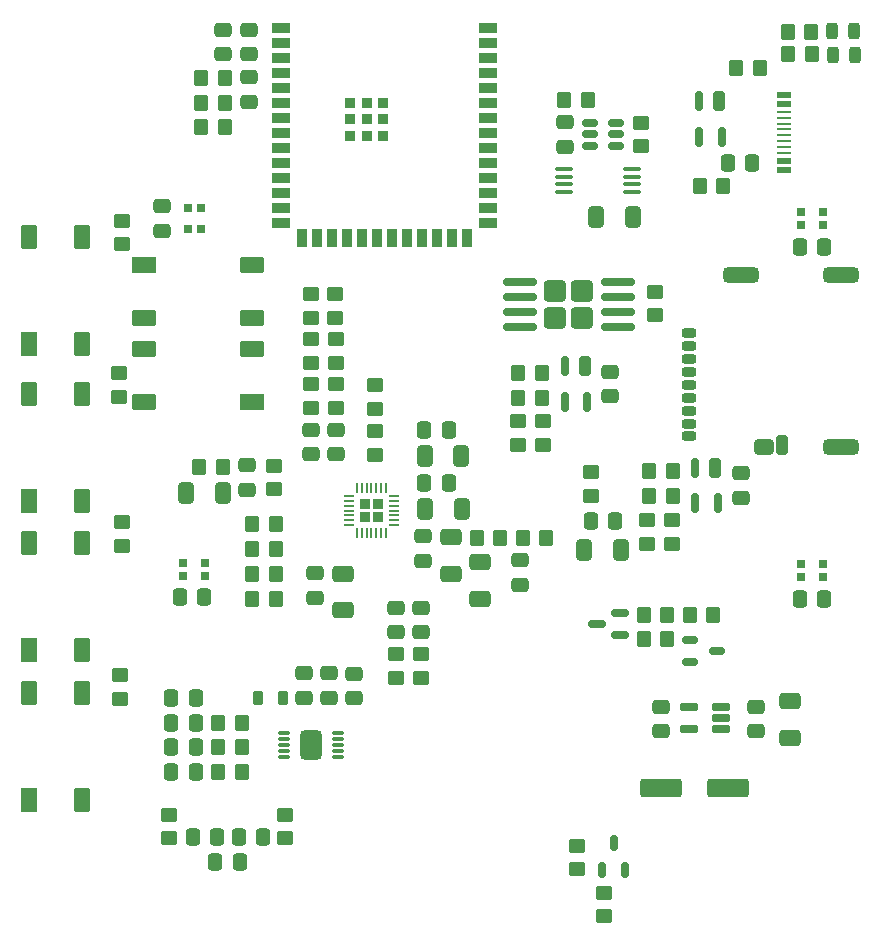
<source format=gtp>
G04 #@! TF.GenerationSoftware,KiCad,Pcbnew,8.0.4*
G04 #@! TF.CreationDate,2025-04-22T14:39:33+02:00*
G04 #@! TF.ProjectId,MarvinProjekt,4d617276-696e-4507-926f-6a656b742e6b,rev?*
G04 #@! TF.SameCoordinates,Original*
G04 #@! TF.FileFunction,Paste,Top*
G04 #@! TF.FilePolarity,Positive*
%FSLAX46Y46*%
G04 Gerber Fmt 4.6, Leading zero omitted, Abs format (unit mm)*
G04 Created by KiCad (PCBNEW 8.0.4) date 2025-04-22 14:39:33*
%MOMM*%
%LPD*%
G01*
G04 APERTURE LIST*
G04 Aperture macros list*
%AMRoundRect*
0 Rectangle with rounded corners*
0 $1 Rounding radius*
0 $2 $3 $4 $5 $6 $7 $8 $9 X,Y pos of 4 corners*
0 Add a 4 corners polygon primitive as box body*
4,1,4,$2,$3,$4,$5,$6,$7,$8,$9,$2,$3,0*
0 Add four circle primitives for the rounded corners*
1,1,$1+$1,$2,$3*
1,1,$1+$1,$4,$5*
1,1,$1+$1,$6,$7*
1,1,$1+$1,$8,$9*
0 Add four rect primitives between the rounded corners*
20,1,$1+$1,$2,$3,$4,$5,0*
20,1,$1+$1,$4,$5,$6,$7,0*
20,1,$1+$1,$6,$7,$8,$9,0*
20,1,$1+$1,$8,$9,$2,$3,0*%
G04 Aperture macros list end*
%ADD10RoundRect,0.250000X-0.650000X0.412500X-0.650000X-0.412500X0.650000X-0.412500X0.650000X0.412500X0*%
%ADD11RoundRect,0.250000X0.350000X0.450000X-0.350000X0.450000X-0.350000X-0.450000X0.350000X-0.450000X0*%
%ADD12RoundRect,0.250000X-0.350000X-0.450000X0.350000X-0.450000X0.350000X0.450000X-0.350000X0.450000X0*%
%ADD13RoundRect,0.250000X-0.450000X0.350000X-0.450000X-0.350000X0.450000X-0.350000X0.450000X0.350000X0*%
%ADD14RoundRect,0.250000X0.450000X-0.350000X0.450000X0.350000X-0.450000X0.350000X-0.450000X-0.350000X0*%
%ADD15RoundRect,0.250000X0.475000X-0.337500X0.475000X0.337500X-0.475000X0.337500X-0.475000X-0.337500X0*%
%ADD16RoundRect,0.250000X-0.412500X-0.650000X0.412500X-0.650000X0.412500X0.650000X-0.412500X0.650000X0*%
%ADD17RoundRect,0.100000X-0.637500X-0.100000X0.637500X-0.100000X0.637500X0.100000X-0.637500X0.100000X0*%
%ADD18R,0.700000X0.700000*%
%ADD19RoundRect,0.250000X-0.250000X0.600000X-0.250000X-0.600000X0.250000X-0.600000X0.250000X0.600000X0*%
%ADD20RoundRect,0.150000X-0.150000X0.700000X-0.150000X-0.700000X0.150000X-0.700000X0.150000X0.700000X0*%
%ADD21RoundRect,0.232500X-0.232500X-0.232500X0.232500X-0.232500X0.232500X0.232500X-0.232500X0.232500X0*%
%ADD22RoundRect,0.050000X-0.362500X-0.050000X0.362500X-0.050000X0.362500X0.050000X-0.362500X0.050000X0*%
%ADD23RoundRect,0.050000X-0.050000X-0.362500X0.050000X-0.362500X0.050000X0.362500X-0.050000X0.362500X0*%
%ADD24R,1.300000X0.500000*%
%ADD25R,1.300000X0.280000*%
%ADD26RoundRect,0.250000X-0.337500X-0.475000X0.337500X-0.475000X0.337500X0.475000X-0.337500X0.475000X0*%
%ADD27R,2.100000X1.400000*%
%ADD28RoundRect,0.250000X-0.800000X-0.450000X0.800000X-0.450000X0.800000X0.450000X-0.800000X0.450000X0*%
%ADD29RoundRect,0.243750X-0.243750X-0.456250X0.243750X-0.456250X0.243750X0.456250X-0.243750X0.456250X0*%
%ADD30R,1.400000X2.100000*%
%ADD31RoundRect,0.250000X0.450000X-0.800000X0.450000X0.800000X-0.450000X0.800000X-0.450000X-0.800000X0*%
%ADD32RoundRect,0.250000X-0.475000X0.337500X-0.475000X-0.337500X0.475000X-0.337500X0.475000X0.337500X0*%
%ADD33RoundRect,0.250000X0.800000X0.450000X-0.800000X0.450000X-0.800000X-0.450000X0.800000X-0.450000X0*%
%ADD34RoundRect,0.200000X-0.400000X0.200000X-0.400000X-0.200000X0.400000X-0.200000X0.400000X0.200000X0*%
%ADD35RoundRect,0.325000X-0.525000X0.325000X-0.525000X-0.325000X0.525000X-0.325000X0.525000X0.325000X0*%
%ADD36RoundRect,0.325000X-1.175000X0.325000X-1.175000X-0.325000X1.175000X-0.325000X1.175000X0.325000X0*%
%ADD37RoundRect,0.250000X0.412500X0.650000X-0.412500X0.650000X-0.412500X-0.650000X0.412500X-0.650000X0*%
%ADD38RoundRect,0.075000X0.425000X-0.075000X0.425000X0.075000X-0.425000X0.075000X-0.425000X-0.075000X0*%
%ADD39RoundRect,0.475000X0.475000X-0.795000X0.475000X0.795000X-0.475000X0.795000X-0.475000X-0.795000X0*%
%ADD40R,0.900000X0.900000*%
%ADD41R,1.500000X0.900000*%
%ADD42R,0.900000X1.500000*%
%ADD43RoundRect,0.150000X-0.512500X-0.150000X0.512500X-0.150000X0.512500X0.150000X-0.512500X0.150000X0*%
%ADD44RoundRect,0.250000X0.670000X0.645000X-0.670000X0.645000X-0.670000X-0.645000X0.670000X-0.645000X0*%
%ADD45RoundRect,0.175000X1.250000X0.175000X-1.250000X0.175000X-1.250000X-0.175000X1.250000X-0.175000X0*%
%ADD46RoundRect,0.150000X0.512500X0.150000X-0.512500X0.150000X-0.512500X-0.150000X0.512500X-0.150000X0*%
%ADD47RoundRect,0.150000X0.150000X-0.512500X0.150000X0.512500X-0.150000X0.512500X-0.150000X-0.512500X0*%
%ADD48RoundRect,0.162500X0.617500X0.162500X-0.617500X0.162500X-0.617500X-0.162500X0.617500X-0.162500X0*%
%ADD49RoundRect,0.250000X0.337500X0.475000X-0.337500X0.475000X-0.337500X-0.475000X0.337500X-0.475000X0*%
%ADD50RoundRect,0.218750X-0.218750X-0.381250X0.218750X-0.381250X0.218750X0.381250X-0.218750X0.381250X0*%
%ADD51RoundRect,0.250000X-1.500000X-0.550000X1.500000X-0.550000X1.500000X0.550000X-1.500000X0.550000X0*%
%ADD52RoundRect,0.150000X0.587500X0.150000X-0.587500X0.150000X-0.587500X-0.150000X0.587500X-0.150000X0*%
G04 APERTURE END LIST*
D10*
G04 #@! TO.C,C15*
X115100000Y-136875000D03*
X115100000Y-140000000D03*
G04 #@! TD*
G04 #@! TO.C,C9*
X124200000Y-133775000D03*
X124200000Y-136900000D03*
G04 #@! TD*
D11*
G04 #@! TO.C,R24*
X106500000Y-151600000D03*
X104500000Y-151600000D03*
G04 #@! TD*
D12*
G04 #@! TO.C,R41*
X152737500Y-91000000D03*
X154737500Y-91000000D03*
G04 #@! TD*
D13*
G04 #@! TO.C,R46*
X96200000Y-145500000D03*
X96200000Y-147500000D03*
G04 #@! TD*
D14*
G04 #@! TO.C,R16*
X112400000Y-115200000D03*
X112400000Y-113200000D03*
G04 #@! TD*
D11*
G04 #@! TO.C,R7*
X132300000Y-133837500D03*
X130300000Y-133837500D03*
G04 #@! TD*
D14*
G04 #@! TO.C,R21*
X134900000Y-161900000D03*
X134900000Y-159900000D03*
G04 #@! TD*
D15*
G04 #@! TO.C,C40*
X137700000Y-121875000D03*
X137700000Y-119800000D03*
G04 #@! TD*
D13*
G04 #@! TO.C,R29*
X132000000Y-124000000D03*
X132000000Y-126000000D03*
G04 #@! TD*
D16*
G04 #@! TO.C,C14*
X122037500Y-131400000D03*
X125162500Y-131400000D03*
G04 #@! TD*
D17*
G04 #@! TO.C,U6*
X133837500Y-102625000D03*
X133837500Y-103275000D03*
X133837500Y-103925000D03*
X133837500Y-104575000D03*
X139562500Y-104575000D03*
X139562500Y-103925000D03*
X139562500Y-103275000D03*
X139562500Y-102625000D03*
G04 #@! TD*
D18*
G04 #@! TO.C,U12*
X155715000Y-137150000D03*
X155715000Y-136050000D03*
X153885000Y-136050000D03*
X153885000Y-137150000D03*
G04 #@! TD*
D14*
G04 #@! TO.C,R20*
X119600000Y-145700000D03*
X119600000Y-143700000D03*
G04 #@! TD*
D13*
G04 #@! TO.C,R17*
X117800000Y-120937500D03*
X117800000Y-122937500D03*
G04 #@! TD*
D11*
G04 #@! TO.C,R39*
X131900000Y-122000000D03*
X129900000Y-122000000D03*
G04 #@! TD*
D19*
G04 #@! TO.C,D2*
X146600000Y-127937500D03*
D20*
X144900000Y-127937500D03*
X144900000Y-130937500D03*
X146800000Y-130937500D03*
G04 #@! TD*
D21*
G04 #@! TO.C,U2*
X116925000Y-130962500D03*
X116925000Y-132112500D03*
X118075000Y-130962500D03*
X118075000Y-132112500D03*
D22*
X115562500Y-130337500D03*
X115562500Y-130737500D03*
X115562500Y-131137500D03*
X115562500Y-131537500D03*
X115562500Y-131937500D03*
X115562500Y-132337500D03*
X115562500Y-132737500D03*
D23*
X116300000Y-133475000D03*
X116700000Y-133475000D03*
X117100000Y-133475000D03*
X117500000Y-133475000D03*
X117900000Y-133475000D03*
X118300000Y-133475000D03*
X118700000Y-133475000D03*
D22*
X119437500Y-132737500D03*
X119437500Y-132337500D03*
X119437500Y-131937500D03*
X119437500Y-131537500D03*
X119437500Y-131137500D03*
X119437500Y-130737500D03*
X119437500Y-130337500D03*
D23*
X118700000Y-129600000D03*
X118300000Y-129600000D03*
X117900000Y-129600000D03*
X117500000Y-129600000D03*
X117100000Y-129600000D03*
X116700000Y-129600000D03*
X116300000Y-129600000D03*
G04 #@! TD*
D24*
G04 #@! TO.C,X1*
X152420000Y-102720000D03*
X152420000Y-101920000D03*
D25*
X152420000Y-100770000D03*
X152420000Y-99770000D03*
X152420000Y-99270000D03*
X152420000Y-98270000D03*
D24*
X152420000Y-97120000D03*
X152420000Y-96320000D03*
D25*
X152420000Y-97770000D03*
X152420000Y-98770000D03*
X152420000Y-100270000D03*
X152420000Y-101270000D03*
G04 #@! TD*
D13*
G04 #@! TO.C,R18*
X117800000Y-124837500D03*
X117800000Y-126837500D03*
G04 #@! TD*
D12*
G04 #@! TO.C,R3*
X103100000Y-94900000D03*
X105100000Y-94900000D03*
G04 #@! TD*
D14*
G04 #@! TO.C,R42*
X141500000Y-115000000D03*
X141500000Y-113000000D03*
G04 #@! TD*
D16*
G04 #@! TO.C,C13*
X122000000Y-126900000D03*
X125125000Y-126900000D03*
G04 #@! TD*
D12*
G04 #@! TO.C,R38*
X152800000Y-92900000D03*
X154800000Y-92900000D03*
G04 #@! TD*
D26*
G04 #@! TO.C,C42*
X101262500Y-138900000D03*
X103337500Y-138900000D03*
G04 #@! TD*
D27*
G04 #@! TO.C,SW2*
X98250000Y-110729456D03*
D28*
X98250000Y-115229456D03*
X107350000Y-115229456D03*
X107350000Y-110729456D03*
G04 #@! TD*
D14*
G04 #@! TO.C,R25*
X100400000Y-159300000D03*
X100400000Y-157300000D03*
G04 #@! TD*
D11*
G04 #@! TO.C,R12*
X109400000Y-132637500D03*
X107400000Y-132637500D03*
G04 #@! TD*
D29*
G04 #@! TO.C,D5*
X156500000Y-90900000D03*
X158375000Y-90900000D03*
G04 #@! TD*
D10*
G04 #@! TO.C,C21*
X152950000Y-147637500D03*
X152950000Y-150762500D03*
G04 #@! TD*
D16*
G04 #@! TO.C,C34*
X135537500Y-134900000D03*
X138662500Y-134900000D03*
G04 #@! TD*
D14*
G04 #@! TO.C,R35*
X140300000Y-100700000D03*
X140300000Y-98700000D03*
G04 #@! TD*
D30*
G04 #@! TO.C,SW6*
X88529456Y-156050000D03*
D31*
X93029456Y-156050000D03*
X93029456Y-146950000D03*
X88529456Y-146950000D03*
G04 #@! TD*
D11*
G04 #@! TO.C,R2*
X147300000Y-104100000D03*
X145300000Y-104100000D03*
G04 #@! TD*
G04 #@! TO.C,R1*
X150400000Y-94100000D03*
X148400000Y-94100000D03*
G04 #@! TD*
D13*
G04 #@! TO.C,R51*
X114400000Y-113200000D03*
X114400000Y-115200000D03*
G04 #@! TD*
D30*
G04 #@! TO.C,SW3*
X88529456Y-130750000D03*
D31*
X93029456Y-130750000D03*
X93029456Y-121650000D03*
X88529456Y-121650000D03*
G04 #@! TD*
D32*
G04 #@! TO.C,C37*
X150050000Y-148162500D03*
X150050000Y-150237500D03*
G04 #@! TD*
D13*
G04 #@! TO.C,R10*
X112400000Y-117037500D03*
X112400000Y-119037500D03*
G04 #@! TD*
D27*
G04 #@! TO.C,SW1*
X107350000Y-122370544D03*
D33*
X107350000Y-117870544D03*
X98250000Y-117870544D03*
X98250000Y-122370544D03*
G04 #@! TD*
D13*
G04 #@! TO.C,R31*
X140850000Y-132337500D03*
X140850000Y-134337500D03*
G04 #@! TD*
D15*
G04 #@! TO.C,C23*
X116000000Y-147437500D03*
X116000000Y-145362500D03*
G04 #@! TD*
D34*
G04 #@! TO.C,U4*
X144400000Y-116545000D03*
X144400000Y-117645000D03*
X144400000Y-118745000D03*
X144400000Y-119845000D03*
X144400000Y-120945000D03*
X144400000Y-122045000D03*
X144400000Y-123145000D03*
X144400000Y-124245000D03*
X144400000Y-125245000D03*
D35*
X150700000Y-126165000D03*
D19*
X152300000Y-125965000D03*
D36*
X157250000Y-126165000D03*
X157250000Y-111635000D03*
X148750000Y-111635000D03*
G04 #@! TD*
D15*
G04 #@! TO.C,C19*
X121700000Y-141837500D03*
X121700000Y-139762500D03*
G04 #@! TD*
D11*
G04 #@! TO.C,R5*
X104937500Y-127837500D03*
X102937500Y-127837500D03*
G04 #@! TD*
D13*
G04 #@! TO.C,R30*
X136100000Y-128300000D03*
X136100000Y-130300000D03*
G04 #@! TD*
D26*
G04 #@! TO.C,C31*
X106262500Y-159200000D03*
X108337500Y-159200000D03*
G04 #@! TD*
G04 #@! TO.C,C17*
X121962500Y-129200000D03*
X124037500Y-129200000D03*
G04 #@! TD*
D32*
G04 #@! TO.C,C7*
X121900000Y-133700000D03*
X121900000Y-135775000D03*
G04 #@! TD*
D15*
G04 #@! TO.C,C24*
X113900000Y-147400000D03*
X113900000Y-145325000D03*
G04 #@! TD*
D37*
G04 #@! TO.C,C36*
X139662500Y-106700000D03*
X136537500Y-106700000D03*
G04 #@! TD*
D30*
G04 #@! TO.C,SW4*
X88529456Y-117450000D03*
D31*
X93029456Y-117450000D03*
X93029456Y-108350000D03*
X88529456Y-108350000D03*
G04 #@! TD*
D11*
G04 #@! TO.C,R48*
X142537500Y-142450000D03*
X140537500Y-142450000D03*
G04 #@! TD*
D12*
G04 #@! TO.C,R33*
X103100000Y-99100000D03*
X105100000Y-99100000D03*
G04 #@! TD*
D14*
G04 #@! TO.C,R8*
X112400000Y-122837500D03*
X112400000Y-120837500D03*
G04 #@! TD*
D13*
G04 #@! TO.C,R11*
X114500000Y-117037500D03*
X114500000Y-119037500D03*
G04 #@! TD*
D38*
G04 #@! TO.C,U3*
X110100000Y-150400000D03*
X110100000Y-150900000D03*
X110100000Y-151400000D03*
X110100000Y-151900000D03*
X110100000Y-152400000D03*
X114700000Y-152400000D03*
X114700000Y-151900000D03*
X114700000Y-151400000D03*
X114700000Y-150900000D03*
X114700000Y-150400000D03*
D39*
X112400000Y-151400000D03*
G04 #@! TD*
D40*
G04 #@! TO.C,U1*
X115700000Y-97000000D03*
X115700000Y-98400000D03*
X115700000Y-99800000D03*
X117100000Y-97000000D03*
X117100000Y-98400000D03*
X117100000Y-99800000D03*
X118500000Y-97000000D03*
X118500000Y-98400000D03*
X118500000Y-99800000D03*
D41*
X109850000Y-90680000D03*
X109850000Y-91950000D03*
X109850000Y-93220000D03*
X109850000Y-94490000D03*
X109850000Y-95760000D03*
X109850000Y-97030000D03*
X109850000Y-98300000D03*
X109850000Y-99570000D03*
X109850000Y-100840000D03*
X109850000Y-102110000D03*
X109850000Y-103380000D03*
X109850000Y-104650000D03*
X109850000Y-105920000D03*
X109850000Y-107190000D03*
D42*
X111615000Y-108440000D03*
X112885000Y-108440000D03*
X114155000Y-108440000D03*
X115425000Y-108440000D03*
X116695000Y-108440000D03*
X117965000Y-108440000D03*
X119235000Y-108440000D03*
X120505000Y-108440000D03*
X121775000Y-108440000D03*
X123045000Y-108440000D03*
X124315000Y-108440000D03*
X125585000Y-108440000D03*
D41*
X127350000Y-107190000D03*
X127350000Y-105920000D03*
X127350000Y-104650000D03*
X127350000Y-103380000D03*
X127350000Y-102110000D03*
X127350000Y-100840000D03*
X127350000Y-99570000D03*
X127350000Y-98300000D03*
X127350000Y-97030000D03*
X127350000Y-95760000D03*
X127350000Y-94490000D03*
X127350000Y-93220000D03*
X127350000Y-91950000D03*
X127350000Y-90680000D03*
G04 #@! TD*
D15*
G04 #@! TO.C,C2*
X104900000Y-92900000D03*
X104900000Y-90825000D03*
G04 #@! TD*
D32*
G04 #@! TO.C,C35*
X133900000Y-98662500D03*
X133900000Y-100737500D03*
G04 #@! TD*
D11*
G04 #@! TO.C,R15*
X109400000Y-136900000D03*
X107400000Y-136900000D03*
G04 #@! TD*
D16*
G04 #@! TO.C,C6*
X101775000Y-130037500D03*
X104900000Y-130037500D03*
G04 #@! TD*
D26*
G04 #@! TO.C,C29*
X100562500Y-151600000D03*
X102637500Y-151600000D03*
G04 #@! TD*
D18*
G04 #@! TO.C,U13*
X153885000Y-106250000D03*
X153885000Y-107350000D03*
X155715000Y-107350000D03*
X155715000Y-106250000D03*
G04 #@! TD*
D32*
G04 #@! TO.C,C4*
X107100000Y-94862500D03*
X107100000Y-96937500D03*
G04 #@! TD*
D19*
G04 #@! TO.C,D1*
X146950000Y-96900000D03*
D20*
X145250000Y-96900000D03*
X145250000Y-99900000D03*
X147150000Y-99900000D03*
G04 #@! TD*
D13*
G04 #@! TO.C,R4*
X109237500Y-127737500D03*
X109237500Y-129737500D03*
G04 #@! TD*
D18*
G04 #@! TO.C,U11*
X103415000Y-137050000D03*
X103415000Y-135950000D03*
X101585000Y-135950000D03*
X101585000Y-137050000D03*
G04 #@! TD*
D43*
G04 #@! TO.C,Q2*
X144500000Y-142500000D03*
X144500000Y-144400000D03*
X146775000Y-143450000D03*
G04 #@! TD*
D19*
G04 #@! TO.C,D3*
X135550000Y-119337500D03*
D20*
X133850000Y-119337500D03*
X133850000Y-122337500D03*
X135750000Y-122337500D03*
G04 #@! TD*
D26*
G04 #@! TO.C,C32*
X104262500Y-161300000D03*
X106337500Y-161300000D03*
G04 #@! TD*
D14*
G04 #@! TO.C,R9*
X114500000Y-122837500D03*
X114500000Y-120837500D03*
G04 #@! TD*
D44*
G04 #@! TO.C,U7*
X135350000Y-115210000D03*
X135350000Y-112990000D03*
X133070000Y-115210000D03*
X133070000Y-112990000D03*
D45*
X138360000Y-116005000D03*
X138360000Y-114735000D03*
X138360000Y-113465000D03*
X138360000Y-112195000D03*
X130060000Y-112195000D03*
X130060000Y-113465000D03*
X130060000Y-114735000D03*
X130060000Y-116005000D03*
G04 #@! TD*
D46*
G04 #@! TO.C,U5*
X138237500Y-100650000D03*
X138237500Y-99700000D03*
X138237500Y-98750000D03*
X135962500Y-98750000D03*
X135962500Y-99700000D03*
X135962500Y-100650000D03*
G04 #@! TD*
D26*
G04 #@! TO.C,C28*
X100562500Y-153700000D03*
X102637500Y-153700000D03*
G04 #@! TD*
D32*
G04 #@! TO.C,C41*
X99800000Y-105762500D03*
X99800000Y-107837500D03*
G04 #@! TD*
D13*
G04 #@! TO.C,R32*
X142950000Y-132337500D03*
X142950000Y-134337500D03*
G04 #@! TD*
D14*
G04 #@! TO.C,R19*
X121700000Y-145700000D03*
X121700000Y-143700000D03*
G04 #@! TD*
D47*
G04 #@! TO.C,Q1*
X137050000Y-161937500D03*
X138950000Y-161937500D03*
X138000000Y-159662500D03*
G04 #@! TD*
D26*
G04 #@! TO.C,C43*
X153762500Y-139000000D03*
X155837500Y-139000000D03*
G04 #@! TD*
D48*
G04 #@! TO.C,U8*
X147100000Y-150050000D03*
X147100000Y-149100000D03*
X147100000Y-148150000D03*
X144400000Y-148150000D03*
X144400000Y-150050000D03*
G04 #@! TD*
D13*
G04 #@! TO.C,R43*
X96100000Y-119900000D03*
X96100000Y-121900000D03*
G04 #@! TD*
D49*
G04 #@! TO.C,C26*
X102637500Y-149500000D03*
X100562500Y-149500000D03*
G04 #@! TD*
D13*
G04 #@! TO.C,R44*
X96400000Y-132500000D03*
X96400000Y-134500000D03*
G04 #@! TD*
D14*
G04 #@! TO.C,R26*
X110200000Y-159300000D03*
X110200000Y-157300000D03*
G04 #@! TD*
D49*
G04 #@! TO.C,C44*
X155837500Y-109200000D03*
X153762500Y-109200000D03*
G04 #@! TD*
D15*
G04 #@! TO.C,C25*
X111800000Y-147400000D03*
X111800000Y-145325000D03*
G04 #@! TD*
D32*
G04 #@! TO.C,C12*
X112400000Y-124700000D03*
X112400000Y-126775000D03*
G04 #@! TD*
D12*
G04 #@! TO.C,R27*
X103100000Y-97000000D03*
X105100000Y-97000000D03*
G04 #@! TD*
D11*
G04 #@! TO.C,R13*
X109400000Y-134787500D03*
X107400000Y-134787500D03*
G04 #@! TD*
D12*
G04 #@! TO.C,R50*
X140537500Y-140350000D03*
X142537500Y-140350000D03*
G04 #@! TD*
D13*
G04 #@! TO.C,R45*
X96400000Y-107000000D03*
X96400000Y-109000000D03*
G04 #@! TD*
D11*
G04 #@! TO.C,R34*
X135800000Y-96800000D03*
X133800000Y-96800000D03*
G04 #@! TD*
G04 #@! TO.C,R6*
X128400000Y-133837500D03*
X126400000Y-133837500D03*
G04 #@! TD*
D15*
G04 #@! TO.C,C20*
X119600000Y-141837500D03*
X119600000Y-139762500D03*
G04 #@! TD*
D12*
G04 #@! TO.C,R49*
X144437500Y-140350000D03*
X146437500Y-140350000D03*
G04 #@! TD*
D32*
G04 #@! TO.C,C11*
X114500000Y-124700000D03*
X114500000Y-126775000D03*
G04 #@! TD*
G04 #@! TO.C,C5*
X106937500Y-127700000D03*
X106937500Y-129775000D03*
G04 #@! TD*
D11*
G04 #@! TO.C,R14*
X109400000Y-139000000D03*
X107400000Y-139000000D03*
G04 #@! TD*
D13*
G04 #@! TO.C,R47*
X137200000Y-163900000D03*
X137200000Y-165900000D03*
G04 #@! TD*
D26*
G04 #@! TO.C,C16*
X121962500Y-124700000D03*
X124037500Y-124700000D03*
G04 #@! TD*
D50*
G04 #@! TO.C,FB1*
X107875000Y-147400000D03*
X110000000Y-147400000D03*
G04 #@! TD*
D11*
G04 #@! TO.C,R40*
X131900000Y-119900000D03*
X129900000Y-119900000D03*
G04 #@! TD*
D49*
G04 #@! TO.C,C1*
X149737500Y-102100000D03*
X147662500Y-102100000D03*
G04 #@! TD*
D51*
G04 #@! TO.C,C39*
X142050000Y-155037500D03*
X147650000Y-155037500D03*
G04 #@! TD*
D11*
G04 #@! TO.C,R37*
X143000000Y-128200000D03*
X141000000Y-128200000D03*
G04 #@! TD*
D15*
G04 #@! TO.C,C3*
X107100000Y-92900000D03*
X107100000Y-90825000D03*
G04 #@! TD*
D10*
G04 #@! TO.C,C10*
X126700000Y-135875000D03*
X126700000Y-139000000D03*
G04 #@! TD*
D11*
G04 #@! TO.C,R36*
X143000000Y-130300000D03*
X141000000Y-130300000D03*
G04 #@! TD*
D32*
G04 #@! TO.C,C8*
X130100000Y-135762500D03*
X130100000Y-137837500D03*
G04 #@! TD*
D15*
G04 #@! TO.C,C22*
X148750000Y-130475000D03*
X148750000Y-128400000D03*
G04 #@! TD*
D13*
G04 #@! TO.C,R28*
X129900000Y-124000000D03*
X129900000Y-126000000D03*
G04 #@! TD*
D52*
G04 #@! TO.C,Q3*
X138512500Y-142100000D03*
X138512500Y-140200000D03*
X136637500Y-141150000D03*
G04 #@! TD*
D26*
G04 #@! TO.C,C30*
X102362500Y-159200000D03*
X104437500Y-159200000D03*
G04 #@! TD*
D18*
G04 #@! TO.C,U9*
X101950000Y-107715000D03*
X103050000Y-107715000D03*
X103050000Y-105885000D03*
X101950000Y-105885000D03*
G04 #@! TD*
D12*
G04 #@! TO.C,R23*
X104500000Y-153700000D03*
X106500000Y-153700000D03*
G04 #@! TD*
G04 #@! TO.C,R22*
X104500000Y-149500000D03*
X106500000Y-149500000D03*
G04 #@! TD*
D32*
G04 #@! TO.C,C18*
X112700000Y-136837500D03*
X112700000Y-138912500D03*
G04 #@! TD*
D26*
G04 #@! TO.C,C33*
X136062500Y-132400000D03*
X138137500Y-132400000D03*
G04 #@! TD*
D30*
G04 #@! TO.C,SW5*
X88529456Y-143350000D03*
D31*
X93029456Y-143350000D03*
X93029456Y-134250000D03*
X88529456Y-134250000D03*
G04 #@! TD*
D26*
G04 #@! TO.C,C27*
X100562500Y-147400000D03*
X102637500Y-147400000D03*
G04 #@! TD*
D15*
G04 #@! TO.C,C38*
X142050000Y-150237500D03*
X142050000Y-148162500D03*
G04 #@! TD*
D29*
G04 #@! TO.C,D4*
X156562500Y-93000000D03*
X158437500Y-93000000D03*
G04 #@! TD*
M02*

</source>
